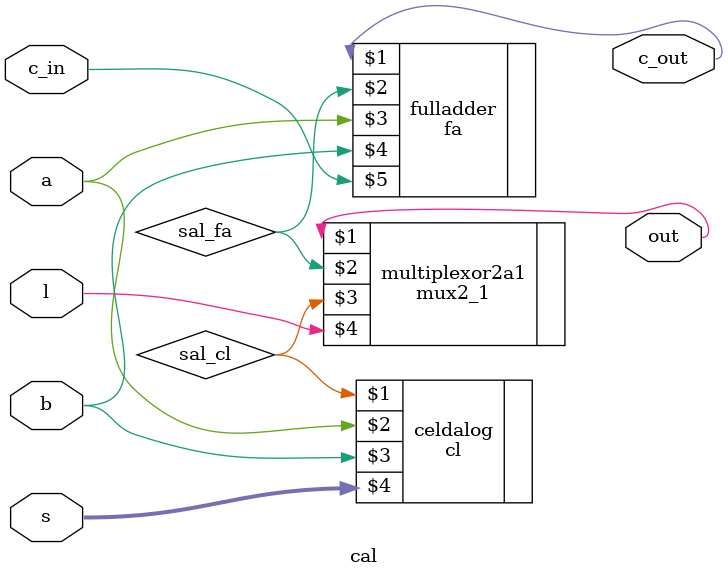
<source format=v>
`include "cl.v"
`include "fa.v"
`include "mux2_1.v"
module cal(output wire out, c_out, input wire a, b, l, c_in, input wire [1:0] s);
  wire sal_cl, sal_fa;
  cl celdalog(sal_cl, a, b, s);
  fa fulladder(c_out, sal_fa, a, b, c_in);
  mux2_1 multiplexor2a1(out, sal_fa, sal_cl, l);
endmodule
</source>
